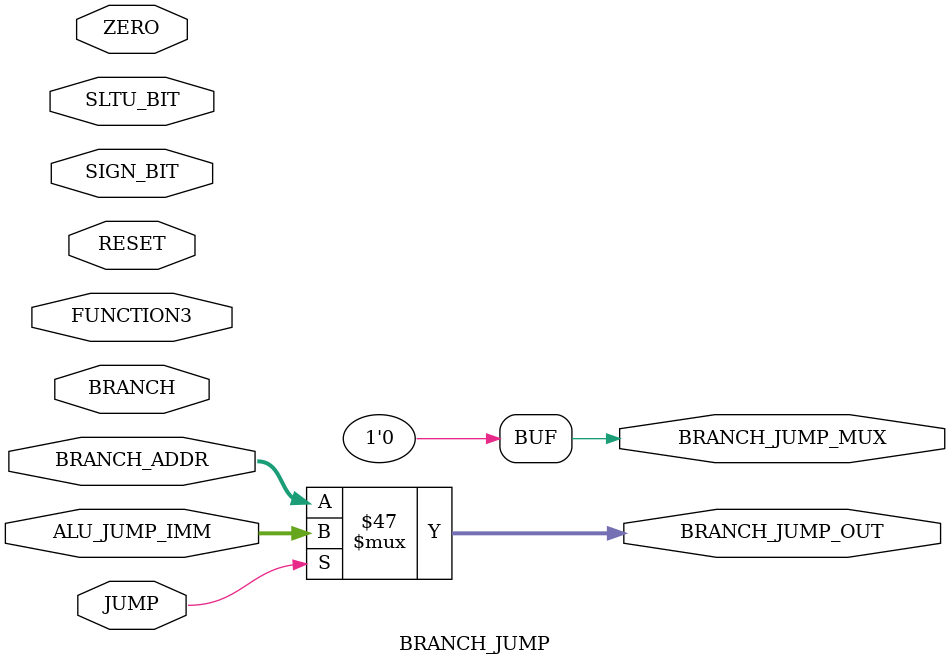
<source format=v>
`timescale 1ns/100ps

module BRANCH_JUMP(RESET,                   // reset signal
                    BRANCH_ADDR,            // branch address from PC
                    ALU_JUMP_IMM,           // jump address from ALU
                    FUNCTION3,              // control signal for branching operation
                    BRANCH,                 // control signal for branching
                    JUMP,                   // control signal for jumping
                    ZERO,                   // result of the ALU is zero
                    SIGN_BIT,               // sign bit of the result of the ALU
                    SLTU_BIT,               // SLTU bit of the result of the ALU
                    BRANCH_JUMP_OUT,        // output branch/jump address
                    BRANCH_JUMP_MUX         // output multiplexed control signal
                    );

    // Declare input ports
    input [31:0] BRANCH_ADDR, ALU_JUMP_IMM;                     // 32-bit branch address, 32-bit jump address from ALU
    input [2:0] FUNCTION3;                                      // 3-bit control signal for branching operation
    input RESET, BRANCH, JUMP, ZERO, SIGN_BIT, SLTU_BIT;        // control signals for reset, branching, and jumping, result of the ALU for zero, sign bit, and SLTU bit

    // Declare output ports
    output reg BRANCH_JUMP_MUX;         // multiplexed control signal
    output reg [31:0] BRANCH_JUMP_OUT;  // output branch/jump address

    // Declare intermediate wires for each type of branching operation
    wire BEQ, BGE, BNE, BLT, BLTU, BGEU;

    // Assign the value of each wire based on the FUNCTION3 control signal and the result of the ALU
    assign #1 BEQ= (~FUNCTION3[2]) & (~FUNCTION3[1]) &  (~FUNCTION3[0]) & ZERO;
    assign #1 BGE= (FUNCTION3[2]) & (~FUNCTION3[1]) &  (FUNCTION3[0]) & (~SIGN_BIT);
    assign #1 BNE= (~FUNCTION3[2]) & (~FUNCTION3[1]) &  (FUNCTION3[0]) & (~ZERO);
    assign #1 BLT= (FUNCTION3[2]) & (~FUNCTION3[1]) &  (~FUNCTION3[0]) & (~ZERO) & SIGN_BIT;
    assign #1 BLTU= (FUNCTION3[2]) & (FUNCTION3[1]) &  (~FUNCTION3[0]) & (~ZERO) & SLTU_BIT;
    assign #1 BGEU= (FUNCTION3[2]) & (FUNCTION3[1]) &  (FUNCTION3[0]) & (~SLTU_BIT);

    // #1 delay is used for specifies the time for the signal to propagate from the input of a logic gate to its output.


    always @(BRANCH,JUMP)begin
        // Multiplex the output signal depending on the control signals
        BRANCH_JUMP_MUX = (BRANCH & (BEQ|BGE|BNE|BLT|BLTU|BGEU)) | (JUMP);
    end

    always @(RESET) begin
        // Reset the multiplexed output signal
            BRANCH_JUMP_MUX = 1'b0;    
    end

    always @(*) begin
        #2  // tyhis delay is used for specifies the time taken for a signal to be updated in a register or flip-flop. In this case, 
            //the delay of 2 nanoseconds is used to ensure that the output signal is updated after the input signals are stable.
        if(JUMP==1'b1)begin
            BRANCH_JUMP_OUT = ALU_JUMP_IMM;
        end
        else begin
            BRANCH_JUMP_OUT = BRANCH_ADDR;
        end
    end

endmodule
</source>
